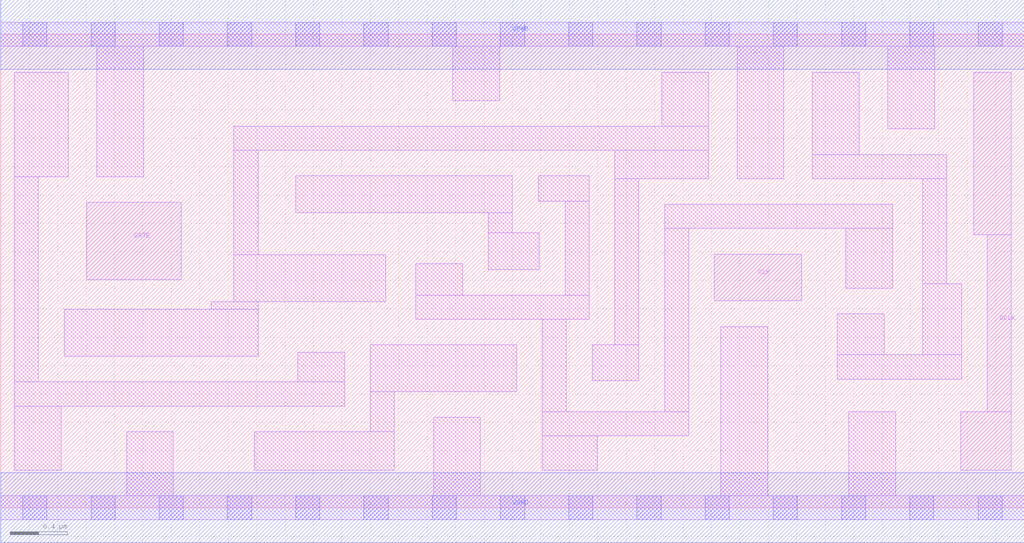
<source format=lef>
# Copyright 2020 The SkyWater PDK Authors
#
# Licensed under the Apache License, Version 2.0 (the "License");
# you may not use this file except in compliance with the License.
# You may obtain a copy of the License at
#
#     https://www.apache.org/licenses/LICENSE-2.0
#
# Unless required by applicable law or agreed to in writing, software
# distributed under the License is distributed on an "AS IS" BASIS,
# WITHOUT WARRANTIES OR CONDITIONS OF ANY KIND, either express or implied.
# See the License for the specific language governing permissions and
# limitations under the License.
#
# SPDX-License-Identifier: Apache-2.0

VERSION 5.7 ;
  NAMESCASESENSITIVE ON ;
  NOWIREEXTENSIONATPIN ON ;
  DIVIDERCHAR "/" ;
  BUSBITCHARS "[]" ;
UNITS
  DATABASE MICRONS 200 ;
END UNITS
MACRO sky130_fd_sc_lp__dlclkp_lp
  CLASS CORE ;
  FOREIGN sky130_fd_sc_lp__dlclkp_lp ;
  ORIGIN  0.000000  0.000000 ;
  SIZE  7.200000 BY  3.330000 ;
  SYMMETRY X Y R90 ;
  SITE unit ;
  PIN GATE
    ANTENNAGATEAREA  0.313000 ;
    DIRECTION INPUT ;
    USE SIGNAL ;
    PORT
      LAYER li1 ;
        RECT 0.605000 1.605000 1.270000 2.150000 ;
    END
  END GATE
  PIN GCLK
    ANTENNADIFFAREA  0.389700 ;
    DIRECTION OUTPUT ;
    USE SIGNAL ;
    PORT
      LAYER li1 ;
        RECT 6.755000 0.265000 7.110000 0.675000 ;
        RECT 6.845000 1.920000 7.110000 3.065000 ;
        RECT 6.940000 0.675000 7.110000 1.920000 ;
    END
  END GCLK
  PIN CLK
    ANTENNAGATEAREA  0.689000 ;
    DIRECTION INPUT ;
    USE CLOCK ;
    PORT
      LAYER li1 ;
        RECT 5.020000 1.455000 5.635000 1.785000 ;
    END
  END CLK
  PIN VGND
    DIRECTION INOUT ;
    USE GROUND ;
    PORT
      LAYER met1 ;
        RECT 0.000000 -0.245000 7.200000 0.245000 ;
    END
  END VGND
  PIN VPWR
    DIRECTION INOUT ;
    USE POWER ;
    PORT
      LAYER met1 ;
        RECT 0.000000 3.085000 7.200000 3.575000 ;
    END
  END VPWR
  OBS
    LAYER li1 ;
      RECT 0.000000 -0.085000 7.200000 0.085000 ;
      RECT 0.000000  3.245000 7.200000 3.415000 ;
      RECT 0.095000  0.265000 0.425000 0.715000 ;
      RECT 0.095000  0.715000 2.420000 0.885000 ;
      RECT 0.095000  0.885000 0.265000 2.330000 ;
      RECT 0.095000  2.330000 0.475000 3.065000 ;
      RECT 0.445000  1.065000 1.810000 1.395000 ;
      RECT 0.675000  2.330000 1.005000 3.245000 ;
      RECT 0.885000  0.085000 1.215000 0.535000 ;
      RECT 1.480000  1.395000 1.810000 1.450000 ;
      RECT 1.640000  1.450000 2.710000 1.780000 ;
      RECT 1.640000  1.780000 1.810000 2.515000 ;
      RECT 1.640000  2.515000 4.980000 2.685000 ;
      RECT 1.785000  0.265000 2.770000 0.535000 ;
      RECT 2.075000  2.075000 3.600000 2.335000 ;
      RECT 2.090000  0.885000 2.420000 1.095000 ;
      RECT 2.600000  0.535000 2.770000 0.815000 ;
      RECT 2.600000  0.815000 3.630000 1.145000 ;
      RECT 2.920000  1.325000 4.140000 1.495000 ;
      RECT 2.920000  1.495000 3.250000 1.715000 ;
      RECT 3.045000  0.085000 3.375000 0.635000 ;
      RECT 3.180000  2.865000 3.510000 3.245000 ;
      RECT 3.430000  1.675000 3.790000 1.935000 ;
      RECT 3.430000  1.935000 3.600000 2.075000 ;
      RECT 3.780000  2.155000 4.140000 2.335000 ;
      RECT 3.810000  0.265000 4.195000 0.505000 ;
      RECT 3.810000  0.505000 4.840000 0.675000 ;
      RECT 3.810000  0.675000 3.980000 1.325000 ;
      RECT 3.970000  1.495000 4.140000 2.155000 ;
      RECT 4.160000  0.895000 4.490000 1.145000 ;
      RECT 4.320000  1.145000 4.490000 2.315000 ;
      RECT 4.320000  2.315000 4.980000 2.515000 ;
      RECT 4.650000  2.685000 4.980000 3.065000 ;
      RECT 4.670000  0.675000 4.840000 1.965000 ;
      RECT 4.670000  1.965000 6.275000 2.135000 ;
      RECT 5.065000  0.085000 5.395000 1.275000 ;
      RECT 5.180000  2.315000 5.510000 3.245000 ;
      RECT 5.710000  2.315000 6.655000 2.485000 ;
      RECT 5.710000  2.485000 6.040000 3.065000 ;
      RECT 5.885000  0.905000 6.760000 1.075000 ;
      RECT 5.885000  1.075000 6.215000 1.365000 ;
      RECT 5.945000  1.545000 6.275000 1.965000 ;
      RECT 5.965000  0.085000 6.295000 0.675000 ;
      RECT 6.240000  2.665000 6.570000 3.245000 ;
      RECT 6.485000  1.075000 6.760000 1.575000 ;
      RECT 6.485000  1.575000 6.655000 2.315000 ;
    LAYER mcon ;
      RECT 0.155000 -0.085000 0.325000 0.085000 ;
      RECT 0.155000  3.245000 0.325000 3.415000 ;
      RECT 0.635000 -0.085000 0.805000 0.085000 ;
      RECT 0.635000  3.245000 0.805000 3.415000 ;
      RECT 1.115000 -0.085000 1.285000 0.085000 ;
      RECT 1.115000  3.245000 1.285000 3.415000 ;
      RECT 1.595000 -0.085000 1.765000 0.085000 ;
      RECT 1.595000  3.245000 1.765000 3.415000 ;
      RECT 2.075000 -0.085000 2.245000 0.085000 ;
      RECT 2.075000  3.245000 2.245000 3.415000 ;
      RECT 2.555000 -0.085000 2.725000 0.085000 ;
      RECT 2.555000  3.245000 2.725000 3.415000 ;
      RECT 3.035000 -0.085000 3.205000 0.085000 ;
      RECT 3.035000  3.245000 3.205000 3.415000 ;
      RECT 3.515000 -0.085000 3.685000 0.085000 ;
      RECT 3.515000  3.245000 3.685000 3.415000 ;
      RECT 3.995000 -0.085000 4.165000 0.085000 ;
      RECT 3.995000  3.245000 4.165000 3.415000 ;
      RECT 4.475000 -0.085000 4.645000 0.085000 ;
      RECT 4.475000  3.245000 4.645000 3.415000 ;
      RECT 4.955000 -0.085000 5.125000 0.085000 ;
      RECT 4.955000  3.245000 5.125000 3.415000 ;
      RECT 5.435000 -0.085000 5.605000 0.085000 ;
      RECT 5.435000  3.245000 5.605000 3.415000 ;
      RECT 5.915000 -0.085000 6.085000 0.085000 ;
      RECT 5.915000  3.245000 6.085000 3.415000 ;
      RECT 6.395000 -0.085000 6.565000 0.085000 ;
      RECT 6.395000  3.245000 6.565000 3.415000 ;
      RECT 6.875000 -0.085000 7.045000 0.085000 ;
      RECT 6.875000  3.245000 7.045000 3.415000 ;
  END
END sky130_fd_sc_lp__dlclkp_lp
END LIBRARY

</source>
